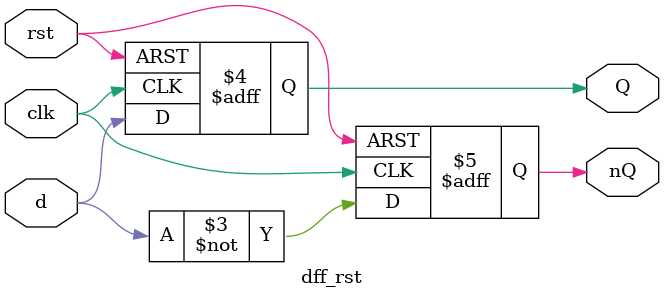
<source format=v>
module dff_rst(d, clk, rst, Q, nQ);
    input d, clk, rst;
    output reg Q, nQ;

    always@(negedge rst, posedge clk) begin
    if (rst == 0) begin
        Q <= 0;
        nQ <= 1;
	end

    else begin
        // DFF dff(.d(d), .clk(clk), .Q(Q), .nQ(nQ));
        Q <= d;
        nQ <= ~d;
	end
end
  
endmodule

</source>
